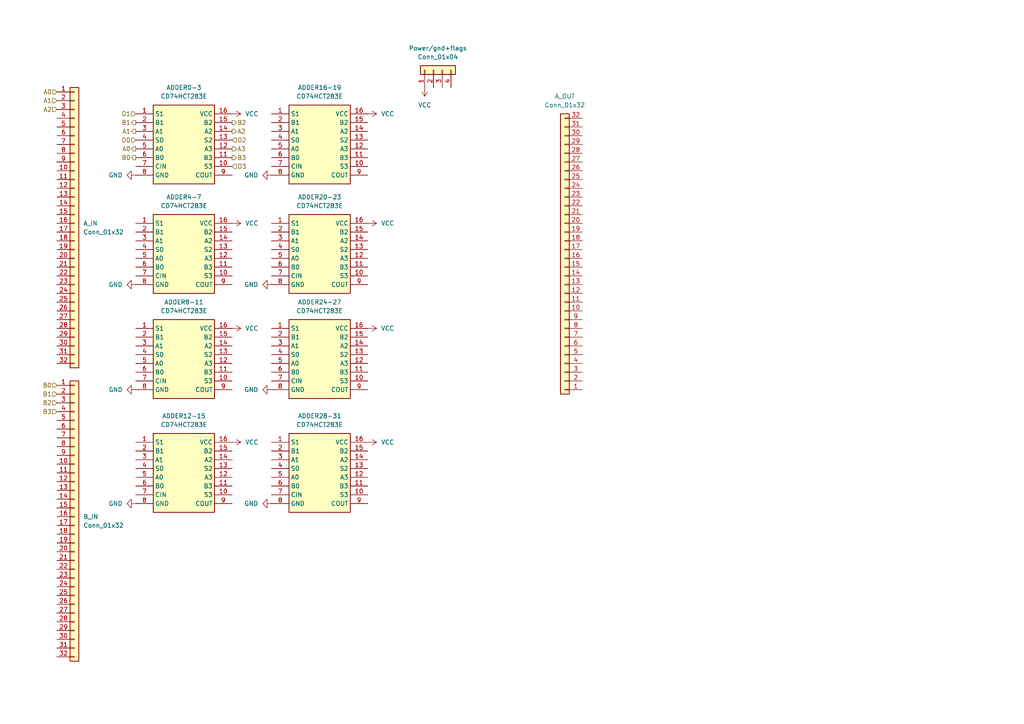
<source format=kicad_sch>
(kicad_sch (version 20250114) (generator "eeschema") (generator_version "9.0")
  (paper "A4")
  (lib_symbols
    (symbol "CD74HCT283E:CD74HCT283E"
      (property "Reference" "IC" (at 24.13 7.62 0))
      (property "Value" "CD74HCT283E" (at 24.13 5.08 0))
      (symbol "CD74HCT283E_1_1"
        (rectangle (start 5.08 2.54) (end 22.86 -20.32) (stroke (width 0.254)) (fill (type background)))
        (pin passive line (at 0 0 0) (length 5.08) (name "S1") (number "1"))
        (pin passive line (at 0 -2.54 0) (length 5.08) (name "B1") (number "2"))
        (pin passive line (at 0 -5.08 0) (length 5.08) (name "A1") (number "3"))
        (pin passive line (at 0 -7.62 0) (length 5.08) (name "S0") (number "4"))
        (pin passive line (at 0 -10.16 0) (length 5.08) (name "A0") (number "5"))
        (pin passive line (at 0 -12.7 0) (length 5.08) (name "B0") (number "6"))
        (pin passive line (at 0 -15.24 0) (length 5.08) (name "CIN") (number "7"))
        (pin passive line (at 0 -17.78 0) (length 5.08) (name "GND") (number "8"))
        (pin passive line (at 27.94 0 180) (length 5.08) (name "VCC") (number "16"))
        (pin passive line (at 27.94 -2.54 180) (length 5.08) (name "B2") (number "15"))
        (pin passive line (at 27.94 -5.08 180) (length 5.08) (name "A2") (number "14"))
        (pin passive line (at 27.94 -7.62 180) (length 5.08) (name "S2") (number "13"))
        (pin passive line (at 27.94 -10.16 180) (length 5.08) (name "A3") (number "12"))
        (pin passive line (at 27.94 -12.7 180) (length 5.08) (name "B3") (number "11"))
        (pin passive line (at 27.94 -15.24 180) (length 5.08) (name "S3") (number "10"))
        (pin passive line (at 27.94 -17.78 180) (length 5.08) (name "COUT") (number "9"))
      )
    )
    (symbol "Connector_Generic:Conn_01x04" (pin_names (offset 1.016) (hide yes))
      (property "Reference" "J" (at 0 5.08 0))
      (property "Value" "Conn_01x04" (at 0 -7.62 0))
      (symbol "Conn_01x04_1_1"
        (rectangle (start -1.27 3.81) (end 1.27 -6.35) (stroke (width 0.254)) (fill (type background)))
        (rectangle (start -1.27 2.667) (end 0 2.413) (stroke (width 0.1524)))
        (rectangle (start -1.27 0.127) (end 0 -0.127) (stroke (width 0.1524)))
        (rectangle (start -1.27 -2.413) (end 0 -2.667) (stroke (width 0.1524)))
        (rectangle (start -1.27 -4.953) (end 0 -5.207) (stroke (width 0.1524)))
        (pin passive line (at -5.08 2.54 0) (length 3.81) (name "Pin_1") (number "1"))
        (pin passive line (at -5.08 0 0) (length 3.81) (name "Pin_2") (number "2"))
        (pin passive line (at -5.08 -2.54 0) (length 3.81) (name "Pin_3") (number "3"))
        (pin passive line (at -5.08 -5.08 0) (length 3.81) (name "Pin_4") (number "4"))
      )
    )
    (symbol "Connector_Generic:Conn_01x32" (pin_names (offset 1.016) (hide yes))
      (property "Reference" "J" (at 0 40.64 0))
      (property "Value" "Conn_01x32" (at 0 -43.18 0))
      (symbol "Conn_01x32_1_1"
        (rectangle (start -1.27 39.37) (end 1.27 -41.91) (stroke (width 0.254)) (fill (type background)))
        (rectangle (start -1.27 38.227) (end 0 37.973) (stroke (width 0.1524)))
        (rectangle (start -1.27 35.687) (end 0 35.433) (stroke (width 0.1524)))
        (rectangle (start -1.27 33.147) (end 0 32.893) (stroke (width 0.1524)))
        (rectangle (start -1.27 30.607) (end 0 30.353) (stroke (width 0.1524)))
        (rectangle (start -1.27 28.067) (end 0 27.813) (stroke (width 0.1524)))
        (rectangle (start -1.27 25.527) (end 0 25.273) (stroke (width 0.1524)))
        (rectangle (start -1.27 22.987) (end 0 22.733) (stroke (width 0.1524)))
        (rectangle (start -1.27 20.447) (end 0 20.193) (stroke (width 0.1524)))
        (rectangle (start -1.27 17.907) (end 0 17.653) (stroke (width 0.1524)))
        (rectangle (start -1.27 15.367) (end 0 15.113) (stroke (width 0.1524)))
        (rectangle (start -1.27 12.827) (end 0 12.573) (stroke (width 0.1524)))
        (rectangle (start -1.27 10.287) (end 0 10.033) (stroke (width 0.1524)))
        (rectangle (start -1.27 7.747) (end 0 7.493) (stroke (width 0.1524)))
        (rectangle (start -1.27 5.207) (end 0 4.953) (stroke (width 0.1524)))
        (rectangle (start -1.27 2.667) (end 0 2.413) (stroke (width 0.1524)))
        (rectangle (start -1.27 0.127) (end 0 -0.127) (stroke (width 0.1524)))
        (rectangle (start -1.27 -2.413) (end 0 -2.667) (stroke (width 0.1524)))
        (rectangle (start -1.27 -4.953) (end 0 -5.207) (stroke (width 0.1524)))
        (rectangle (start -1.27 -7.493) (end 0 -7.747) (stroke (width 0.1524)))
        (rectangle (start -1.27 -10.033) (end 0 -10.287) (stroke (width 0.1524)))
        (rectangle (start -1.27 -12.573) (end 0 -12.827) (stroke (width 0.1524)))
        (rectangle (start -1.27 -15.113) (end 0 -15.367) (stroke (width 0.1524)))
        (rectangle (start -1.27 -17.653) (end 0 -17.907) (stroke (width 0.1524)))
        (rectangle (start -1.27 -20.193) (end 0 -20.447) (stroke (width 0.1524)))
        (rectangle (start -1.27 -22.733) (end 0 -22.987) (stroke (width 0.1524)))
        (rectangle (start -1.27 -25.273) (end 0 -25.527) (stroke (width 0.1524)))
        (rectangle (start -1.27 -27.813) (end 0 -28.067) (stroke (width 0.1524)))
        (rectangle (start -1.27 -30.353) (end 0 -30.607) (stroke (width 0.1524)))
        (rectangle (start -1.27 -32.893) (end 0 -33.147) (stroke (width 0.1524)))
        (rectangle (start -1.27 -35.433) (end 0 -35.687) (stroke (width 0.1524)))
        (rectangle (start -1.27 -37.973) (end 0 -38.227) (stroke (width 0.1524)))
        (rectangle (start -1.27 -40.513) (end 0 -40.767) (stroke (width 0.1524)))
        (pin passive line (at -5.08 38.1 0) (length 3.81) (name "Pin_1") (number "1"))
        (pin passive line (at -5.08 35.56 0) (length 3.81) (name "Pin_2") (number "2"))
        (pin passive line (at -5.08 33.02 0) (length 3.81) (name "Pin_3") (number "3"))
        (pin passive line (at -5.08 30.48 0) (length 3.81) (name "Pin_4") (number "4"))
        (pin passive line (at -5.08 27.94 0) (length 3.81) (name "Pin_5") (number "5"))
        (pin passive line (at -5.08 25.4 0) (length 3.81) (name "Pin_6") (number "6"))
        (pin passive line (at -5.08 22.86 0) (length 3.81) (name "Pin_7") (number "7"))
        (pin passive line (at -5.08 20.32 0) (length 3.81) (name "Pin_8") (number "8"))
        (pin passive line (at -5.08 17.78 0) (length 3.81) (name "Pin_9") (number "9"))
        (pin passive line (at -5.08 15.24 0) (length 3.81) (name "Pin_10") (number "10"))
        (pin passive line (at -5.08 12.7 0) (length 3.81) (name "Pin_11") (number "11"))
        (pin passive line (at -5.08 10.16 0) (length 3.81) (name "Pin_12") (number "12"))
        (pin passive line (at -5.08 7.62 0) (length 3.81) (name "Pin_13") (number "13"))
        (pin passive line (at -5.08 5.08 0) (length 3.81) (name "Pin_14") (number "14"))
        (pin passive line (at -5.08 2.54 0) (length 3.81) (name "Pin_15") (number "15"))
        (pin passive line (at -5.08 0 0) (length 3.81) (name "Pin_16") (number "16"))
        (pin passive line (at -5.08 -2.54 0) (length 3.81) (name "Pin_17") (number "17"))
        (pin passive line (at -5.08 -5.08 0) (length 3.81) (name "Pin_18") (number "18"))
        (pin passive line (at -5.08 -7.62 0) (length 3.81) (name "Pin_19") (number "19"))
        (pin passive line (at -5.08 -10.16 0) (length 3.81) (name "Pin_20") (number "20"))
        (pin passive line (at -5.08 -12.7 0) (length 3.81) (name "Pin_21") (number "21"))
        (pin passive line (at -5.08 -15.24 0) (length 3.81) (name "Pin_22") (number "22"))
        (pin passive line (at -5.08 -17.78 0) (length 3.81) (name "Pin_23") (number "23"))
        (pin passive line (at -5.08 -20.32 0) (length 3.81) (name "Pin_24") (number "24"))
        (pin passive line (at -5.08 -22.86 0) (length 3.81) (name "Pin_25") (number "25"))
        (pin passive line (at -5.08 -25.4 0) (length 3.81) (name "Pin_26") (number "26"))
        (pin passive line (at -5.08 -27.94 0) (length 3.81) (name "Pin_27") (number "27"))
        (pin passive line (at -5.08 -30.48 0) (length 3.81) (name "Pin_28") (number "28"))
        (pin passive line (at -5.08 -33.02 0) (length 3.81) (name "Pin_29") (number "29"))
        (pin passive line (at -5.08 -35.56 0) (length 3.81) (name "Pin_30") (number "30"))
        (pin passive line (at -5.08 -38.1 0) (length 3.81) (name "Pin_31") (number "31"))
        (pin passive line (at -5.08 -40.64 0) (length 3.81) (name "Pin_32") (number "32"))
      )
    )
    (symbol "power:GND" (power) (pin_numbers (hide yes)) (pin_names (offset 0) (hide yes))
      (property "Value" "GND" (at 0 -3.81 0))
      (symbol "GND_0_1"
        (polyline (pts (xy 0 0) (xy 0 -1.27) (xy 1.27 -1.27) (xy 0 -2.54) (xy -1.27 -1.27) (xy 0 -1.27)))
      )
      (symbol "GND_1_1"
        (pin power_in line (at 0 0 270) (length 0) (name "~") (number "1"))
      )
    )
    (symbol "power:VCC" (power) (pin_numbers (hide yes)) (pin_names (offset 0) (hide yes))
      (property "Value" "VCC" (at 0 3.556 0))
      (symbol "VCC_0_1"
        (polyline (pts (xy -0.762 1.27) (xy 0 2.54)))
        (polyline (pts (xy 0 2.54) (xy 0.762 1.27)))
        (polyline (pts (xy 0 0) (xy 0 2.54)))
      )
      (symbol "VCC_1_1"
        (pin power_in line (at 0 0 90) (length 0) (name "~") (number "1"))
      )
    )
  )
  (hierarchical_label "B3" (shape input) (at 16.51 119.38 180))
  (hierarchical_label "O1" (shape input) (at 39.37 33.02 180))
  (hierarchical_label "B2" (shape output) (at 67.31 35.56 0))
  (hierarchical_label "A3" (shape output) (at 67.31 43.18 0))
  (hierarchical_label "B0" (shape input) (at 16.51 111.76 180))
  (hierarchical_label "A0" (shape output) (at 39.37 43.18 180))
  (hierarchical_label "A2" (shape output) (at 67.31 38.1 0))
  (hierarchical_label "O3" (shape input) (at 67.31 48.26 0))
  (hierarchical_label "A1" (shape output) (at 39.37 38.1 180))
  (hierarchical_label "B3" (shape output) (at 67.31 45.72 0))
  (hierarchical_label "A1" (shape input) (at 16.51 29.21 180))
  (hierarchical_label "B1" (shape input) (at 16.51 114.3 180))
  (hierarchical_label "A0" (shape input) (at 16.51 26.67 180))
  (hierarchical_label "O0" (shape input) (at 39.37 40.64 180))
  (hierarchical_label "O2" (shape input) (at 67.31 40.64 0))
  (hierarchical_label "B1" (shape output) (at 39.37 35.56 180))
  (hierarchical_label "B2" (shape input) (at 16.51 116.84 180))
  (hierarchical_label "B0" (shape output) (at 39.37 45.72 180))
  (hierarchical_label "A2" (shape input) (at 16.51 31.75 180))
  (symbol (lib_id "Connector_Generic:Conn_01x32") (at 163.83 74.93 180) (unit 1)
    (property "Reference" "A_OUT" (at 163.83 27.94 0))
    (property "Value" "Conn_01x32" (at 163.83 30.48 0))
    (property "Description" "Generic connector, single row, 01x32, script generated (kicad-library-utils/schlib/autogen/connector/)" (effects (hide yes)))
  )
  (symbol (lib_id "CD74HCT283E:CD74HCT283E") (at 78.74 95.25 0) (unit 1)
    (property "Reference" "ADDER24-27" (at 92.71 87.63 0))
    (property "Value" "CD74HCT283E" (at 92.71 90.17 0))
    (property "Footprint" "DIP794W53P254L1930H508Q16N" (effects (hide yes)))
    (property "Datasheet" "http://www.ti.com/lit/ds/symlink/cd74hct283.pdf" (effects (hide yes)))
    (property "Description" "CD74HCT283E, 4-Bit Binary Full Adder, HCT, 4.5  5.5 V 16-Pin PDIP" (effects (hide yes)))
    (property "Height" "5.08" (effects (hide yes)))
    (property "Mouser Part Number" "595-CD74HCT283E" (effects (hide yes)))
    (property "Mouser Price/Stock" "https://www.mouser.co.uk/ProductDetail/Texas-Instruments/CD74HCT283E?qs=RnzODY3cU8usGwlMNOS8bg%3D%3D" (effects (hide yes)))
    (property "Manufacturer_Name" "Texas Instruments" (effects (hide yes)))
    (property "Manufacturer_Part_Number" "CD74HCT283E" (effects (hide yes)))
  )
  (symbol (lib_id "CD74HCT283E:CD74HCT283E") (at 39.37 33.02 0) (unit 1)
    (property "Reference" "ADDER0-3" (at 53.34 25.4 0))
    (property "Value" "CD74HCT283E" (at 53.34 27.94 0))
    (property "Footprint" "DIP794W53P254L1930H508Q16N" (effects (hide yes)))
    (property "Datasheet" "http://www.ti.com/lit/ds/symlink/cd74hct283.pdf" (effects (hide yes)))
    (property "Description" "CD74HCT283E, 4-Bit Binary Full Adder, HCT, 4.5  5.5 V 16-Pin PDIP" (effects (hide yes)))
    (property "Height" "5.08" (effects (hide yes)))
    (property "Mouser Part Number" "595-CD74HCT283E" (effects (hide yes)))
    (property "Mouser Price/Stock" "https://www.mouser.co.uk/ProductDetail/Texas-Instruments/CD74HCT283E?qs=RnzODY3cU8usGwlMNOS8bg%3D%3D" (effects (hide yes)))
    (property "Manufacturer_Name" "Texas Instruments" (effects (hide yes)))
    (property "Manufacturer_Part_Number" "CD74HCT283E" (effects (hide yes)))
  )
  (symbol (lib_id "CD74HCT283E:CD74HCT283E") (at 78.74 64.77 0) (unit 1)
    (property "Reference" "ADDER20-23" (at 92.71 57.15 0))
    (property "Value" "CD74HCT283E" (at 92.71 59.69 0))
    (property "Footprint" "DIP794W53P254L1930H508Q16N" (effects (hide yes)))
    (property "Datasheet" "http://www.ti.com/lit/ds/symlink/cd74hct283.pdf" (effects (hide yes)))
    (property "Description" "CD74HCT283E, 4-Bit Binary Full Adder, HCT, 4.5  5.5 V 16-Pin PDIP" (effects (hide yes)))
    (property "Height" "5.08" (effects (hide yes)))
    (property "Mouser Part Number" "595-CD74HCT283E" (effects (hide yes)))
    (property "Mouser Price/Stock" "https://www.mouser.co.uk/ProductDetail/Texas-Instruments/CD74HCT283E?qs=RnzODY3cU8usGwlMNOS8bg%3D%3D" (effects (hide yes)))
    (property "Manufacturer_Name" "Texas Instruments" (effects (hide yes)))
    (property "Manufacturer_Part_Number" "CD74HCT283E" (effects (hide yes)))
  )
  (symbol (lib_id "power:GND") (at 39.37 50.8 270) (unit 1)
    (property "Reference" "#PWR010" (effects (hide yes)))
    (property "Value" "GND" (at 35.56 50.7999 90) (effects (justify right)))
    (property "Description" "Power symbol creates a global label with name \"GND\" , ground" (effects (hide yes)))
  )
  (symbol (lib_id "power:VCC") (at 106.68 128.27 270) (unit 1)
    (property "Reference" "#PWR07" (effects (hide yes)))
    (property "Value" "VCC" (at 110.49 128.2699 90) (effects (justify left)))
    (property "Description" "Power symbol creates a global label with name \"VCC\"" (effects (hide yes)))
  )
  (symbol (lib_id "Connector_Generic:Conn_01x32") (at 21.59 64.77 0) (unit 1)
    (property "Reference" "A_IN" (at 24.13 64.7699 0) (effects (justify left)))
    (property "Value" "Conn_01x32" (at 24.13 67.3099 0) (effects (justify left)))
    (property "Description" "Generic connector, single row, 01x32, script generated (kicad-library-utils/schlib/autogen/connector/)" (effects (hide yes)))
  )
  (symbol (lib_id "power:GND") (at 78.74 146.05 270) (unit 1)
    (property "Reference" "#PWR014" (effects (hide yes)))
    (property "Value" "GND" (at 74.93 146.0499 90) (effects (justify right)))
    (property "Description" "Power symbol creates a global label with name \"GND\" , ground" (effects (hide yes)))
  )
  (symbol (lib_id "Connector_Generic:Conn_01x04") (at 125.73 20.32 90) (unit 1)
    (property "Reference" "Power/gnd+flags" (at 127 13.97 90))
    (property "Value" "Conn_01x04" (at 127 16.51 90))
    (property "Description" "Generic connector, single row, 01x04, script generated (kicad-library-utils/schlib/autogen/connector/)" (effects (hide yes)))
  )
  (symbol (lib_id "power:VCC") (at 123.19 25.4 180) (unit 1)
    (property "Reference" "#PWR09" (effects (hide yes)))
    (property "Value" "VCC" (at 123.19 30.48 0))
    (property "Description" "Power symbol creates a global label with name \"VCC\"" (effects (hide yes)))
  )
  (symbol (lib_id "power:GND") (at 39.37 113.03 270) (unit 1)
    (property "Reference" "#PWR012" (effects (hide yes)))
    (property "Value" "GND" (at 35.56 113.0299 90) (effects (justify right)))
    (property "Description" "Power symbol creates a global label with name \"GND\" , ground" (effects (hide yes)))
  )
  (symbol (lib_id "CD74HCT283E:CD74HCT283E") (at 39.37 95.25 0) (unit 1)
    (property "Reference" "ADDER8-11" (at 53.34 87.63 0))
    (property "Value" "CD74HCT283E" (at 53.34 90.17 0))
    (property "Footprint" "DIP794W53P254L1930H508Q16N" (effects (hide yes)))
    (property "Datasheet" "http://www.ti.com/lit/ds/symlink/cd74hct283.pdf" (effects (hide yes)))
    (property "Description" "CD74HCT283E, 4-Bit Binary Full Adder, HCT, 4.5  5.5 V 16-Pin PDIP" (effects (hide yes)))
    (property "Height" "5.08" (effects (hide yes)))
    (property "Mouser Part Number" "595-CD74HCT283E" (effects (hide yes)))
    (property "Mouser Price/Stock" "https://www.mouser.co.uk/ProductDetail/Texas-Instruments/CD74HCT283E?qs=RnzODY3cU8usGwlMNOS8bg%3D%3D" (effects (hide yes)))
    (property "Manufacturer_Name" "Texas Instruments" (effects (hide yes)))
    (property "Manufacturer_Part_Number" "CD74HCT283E" (effects (hide yes)))
  )
  (symbol (lib_id "Connector_Generic:Conn_01x32") (at 21.59 149.86 0) (unit 1)
    (property "Reference" "B_IN" (at 24.13 149.8599 0) (effects (justify left)))
    (property "Value" "Conn_01x32" (at 24.13 152.3999 0) (effects (justify left)))
    (property "Description" "Generic connector, single row, 01x32, script generated (kicad-library-utils/schlib/autogen/connector/)" (effects (hide yes)))
  )
  (symbol (lib_id "power:VCC") (at 106.68 95.25 270) (unit 1)
    (property "Reference" "#PWR06" (effects (hide yes)))
    (property "Value" "VCC" (at 110.49 95.2499 90) (effects (justify left)))
    (property "Description" "Power symbol creates a global label with name \"VCC\"" (effects (hide yes)))
  )
  (symbol (lib_id "power:VCC") (at 106.68 33.02 270) (unit 1)
    (property "Reference" "#PWR02" (effects (hide yes)))
    (property "Value" "VCC" (at 110.49 33.0199 90) (effects (justify left)))
    (property "Description" "Power symbol creates a global label with name \"VCC\"" (effects (hide yes)))
  )
  (symbol (lib_id "CD74HCT283E:CD74HCT283E") (at 39.37 64.77 0) (unit 1)
    (property "Reference" "ADDER4-7" (at 53.34 57.15 0))
    (property "Value" "CD74HCT283E" (at 53.34 59.69 0))
    (property "Footprint" "DIP794W53P254L1930H508Q16N" (effects (hide yes)))
    (property "Datasheet" "http://www.ti.com/lit/ds/symlink/cd74hct283.pdf" (effects (hide yes)))
    (property "Description" "CD74HCT283E, 4-Bit Binary Full Adder, HCT, 4.5  5.5 V 16-Pin PDIP" (effects (hide yes)))
    (property "Height" "5.08" (effects (hide yes)))
    (property "Mouser Part Number" "595-CD74HCT283E" (effects (hide yes)))
    (property "Mouser Price/Stock" "https://www.mouser.co.uk/ProductDetail/Texas-Instruments/CD74HCT283E?qs=RnzODY3cU8usGwlMNOS8bg%3D%3D" (effects (hide yes)))
    (property "Manufacturer_Name" "Texas Instruments" (effects (hide yes)))
    (property "Manufacturer_Part_Number" "CD74HCT283E" (effects (hide yes)))
  )
  (symbol (lib_id "power:GND") (at 78.74 82.55 270) (unit 1)
    (property "Reference" "#PWR016" (effects (hide yes)))
    (property "Value" "GND" (at 74.93 82.5499 90) (effects (justify right)))
    (property "Description" "Power symbol creates a global label with name \"GND\" , ground" (effects (hide yes)))
  )
  (symbol (lib_id "power:GND") (at 78.74 113.03 270) (unit 1)
    (property "Reference" "#PWR015" (effects (hide yes)))
    (property "Value" "GND" (at 74.93 113.0299 90) (effects (justify right)))
    (property "Description" "Power symbol creates a global label with name \"GND\" , ground" (effects (hide yes)))
  )
  (symbol (lib_id "power:GND") (at 78.74 50.8 270) (unit 1)
    (property "Reference" "#PWR017" (effects (hide yes)))
    (property "Value" "GND" (at 74.93 50.7999 90) (effects (justify right)))
    (property "Description" "Power symbol creates a global label with name \"GND\" , ground" (effects (hide yes)))
  )
  (symbol (lib_id "power:VCC") (at 106.68 64.77 270) (unit 1)
    (property "Reference" "#PWR03" (effects (hide yes)))
    (property "Value" "VCC" (at 110.49 64.7699 90) (effects (justify left)))
    (property "Description" "Power symbol creates a global label with name \"VCC\"" (effects (hide yes)))
  )
  (symbol (lib_id "power:VCC") (at 67.31 95.25 270) (unit 1)
    (property "Reference" "#PWR05" (effects (hide yes)))
    (property "Value" "VCC" (at 71.12 95.2499 90) (effects (justify left)))
    (property "Description" "Power symbol creates a global label with name \"VCC\"" (effects (hide yes)))
  )
  (symbol (lib_id "CD74HCT283E:CD74HCT283E") (at 39.37 128.27 0) (unit 1)
    (property "Reference" "ADDER12-15" (at 53.34 120.65 0))
    (property "Value" "CD74HCT283E" (at 53.34 123.19 0))
    (property "Footprint" "DIP794W53P254L1930H508Q16N" (effects (hide yes)))
    (property "Datasheet" "http://www.ti.com/lit/ds/symlink/cd74hct283.pdf" (effects (hide yes)))
    (property "Description" "CD74HCT283E, 4-Bit Binary Full Adder, HCT, 4.5  5.5 V 16-Pin PDIP" (effects (hide yes)))
    (property "Height" "5.08" (effects (hide yes)))
    (property "Mouser Part Number" "595-CD74HCT283E" (effects (hide yes)))
    (property "Mouser Price/Stock" "https://www.mouser.co.uk/ProductDetail/Texas-Instruments/CD74HCT283E?qs=RnzODY3cU8usGwlMNOS8bg%3D%3D" (effects (hide yes)))
    (property "Manufacturer_Name" "Texas Instruments" (effects (hide yes)))
    (property "Manufacturer_Part_Number" "CD74HCT283E" (effects (hide yes)))
  )
  (symbol (lib_id "power:GND") (at 39.37 146.05 270) (unit 1)
    (property "Reference" "#PWR013" (effects (hide yes)))
    (property "Value" "GND" (at 35.56 146.0499 90) (effects (justify right)))
    (property "Description" "Power symbol creates a global label with name \"GND\" , ground" (effects (hide yes)))
  )
  (symbol (lib_id "power:VCC") (at 67.31 64.77 270) (unit 1)
    (property "Reference" "#PWR04" (effects (hide yes)))
    (property "Value" "VCC" (at 71.12 64.7699 90) (effects (justify left)))
    (property "Description" "Power symbol creates a global label with name \"VCC\"" (effects (hide yes)))
  )
  (symbol (lib_id "CD74HCT283E:CD74HCT283E") (at 78.74 33.02 0) (unit 1)
    (property "Reference" "ADDER16-19" (at 92.71 25.4 0))
    (property "Value" "CD74HCT283E" (at 92.71 27.94 0))
    (property "Footprint" "DIP794W53P254L1930H508Q16N" (effects (hide yes)))
    (property "Datasheet" "http://www.ti.com/lit/ds/symlink/cd74hct283.pdf" (effects (hide yes)))
    (property "Description" "CD74HCT283E, 4-Bit Binary Full Adder, HCT, 4.5  5.5 V 16-Pin PDIP" (effects (hide yes)))
    (property "Height" "5.08" (effects (hide yes)))
    (property "Mouser Part Number" "595-CD74HCT283E" (effects (hide yes)))
    (property "Mouser Price/Stock" "https://www.mouser.co.uk/ProductDetail/Texas-Instruments/CD74HCT283E?qs=RnzODY3cU8usGwlMNOS8bg%3D%3D" (effects (hide yes)))
    (property "Manufacturer_Name" "Texas Instruments" (effects (hide yes)))
    (property "Manufacturer_Part_Number" "CD74HCT283E" (effects (hide yes)))
  )
  (symbol (lib_id "power:VCC") (at 67.31 33.02 270) (unit 1)
    (property "Reference" "#PWR01" (effects (hide yes)))
    (property "Value" "VCC" (at 71.12 33.0199 90) (effects (justify left)))
    (property "Description" "Power symbol creates a global label with name \"VCC\"" (effects (hide yes)))
  )
  (symbol (lib_id "power:GND") (at 39.37 82.55 270) (unit 1)
    (property "Reference" "#PWR011" (effects (hide yes)))
    (property "Value" "GND" (at 35.56 82.5499 90) (effects (justify right)))
    (property "Description" "Power symbol creates a global label with name \"GND\" , ground" (effects (hide yes)))
  )
  (symbol (lib_id "CD74HCT283E:CD74HCT283E") (at 78.74 128.27 0) (unit 1)
    (property "Reference" "ADDER28-31" (at 92.71 120.65 0))
    (property "Value" "CD74HCT283E" (at 92.71 123.19 0))
    (property "Footprint" "DIP794W53P254L1930H508Q16N" (effects (hide yes)))
    (property "Datasheet" "http://www.ti.com/lit/ds/symlink/cd74hct283.pdf" (effects (hide yes)))
    (property "Description" "CD74HCT283E, 4-Bit Binary Full Adder, HCT, 4.5  5.5 V 16-Pin PDIP" (effects (hide yes)))
    (property "Height" "5.08" (effects (hide yes)))
    (property "Mouser Part Number" "595-CD74HCT283E" (effects (hide yes)))
    (property "Mouser Price/Stock" "https://www.mouser.co.uk/ProductDetail/Texas-Instruments/CD74HCT283E?qs=RnzODY3cU8usGwlMNOS8bg%3D%3D" (effects (hide yes)))
    (property "Manufacturer_Name" "Texas Instruments" (effects (hide yes)))
    (property "Manufacturer_Part_Number" "CD74HCT283E" (effects (hide yes)))
  )
  (symbol (lib_id "power:VCC") (at 67.31 128.27 270) (unit 1)
    (property "Reference" "#PWR08" (effects (hide yes)))
    (property "Value" "VCC" (at 71.12 128.2699 90) (effects (justify left)))
    (property "Description" "Power symbol creates a global label with name \"VCC\"" (effects (hide yes)))
  )
)
</source>
